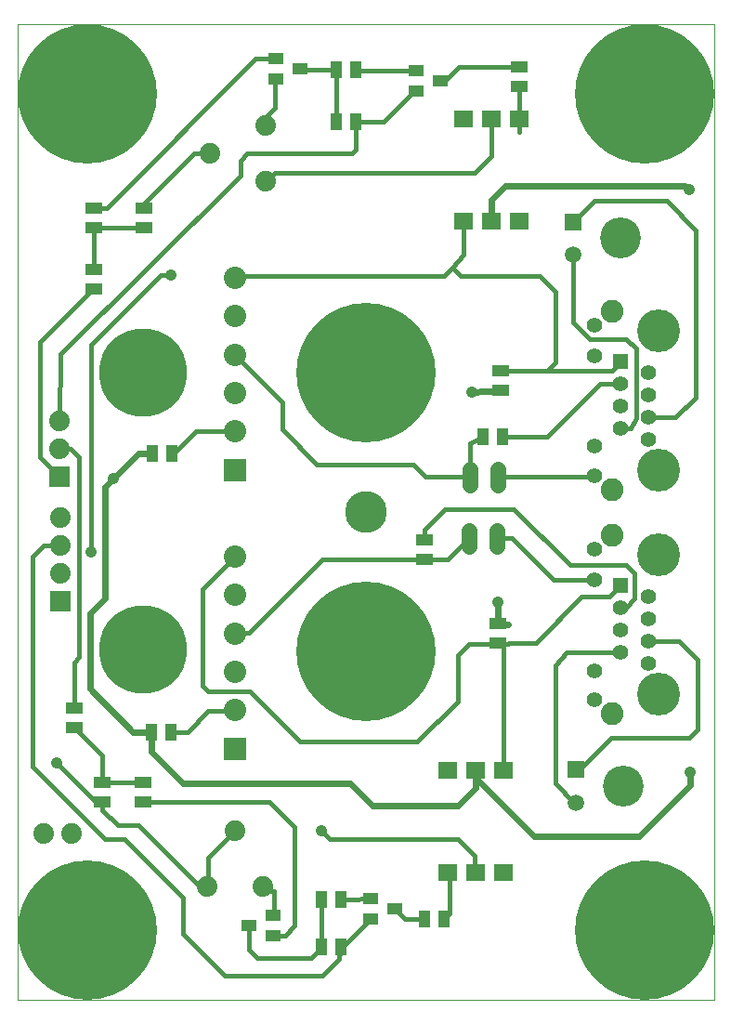
<source format=gtl>
G75*
G70*
%OFA0B0*%
%FSLAX24Y24*%
%IPPOS*%
%LPD*%
%AMOC8*
5,1,8,0,0,1.08239X$1,22.5*
%
%ADD10C,0.0000*%
%ADD11R,0.0400X0.0600*%
%ADD12R,0.0800X0.0800*%
%ADD13C,0.0800*%
%ADD14R,0.0590X0.0590*%
%ADD15C,0.0590*%
%ADD16C,0.1464*%
%ADD17R,0.0551X0.0394*%
%ADD18R,0.0600X0.0400*%
%ADD19C,0.0740*%
%ADD20R,0.0701X0.0598*%
%ADD21R,0.0740X0.0740*%
%ADD22R,0.0550X0.0550*%
%ADD23C,0.0550*%
%ADD24C,0.1536*%
%ADD25C,0.0820*%
%ADD26C,0.0560*%
%ADD27C,0.0240*%
%ADD28C,0.0420*%
%ADD29C,0.0160*%
%ADD30C,0.1500*%
%ADD31C,0.5000*%
%ADD32C,0.3150*%
D10*
X000140Y000140D02*
X025140Y000140D01*
X025140Y035140D01*
X000140Y035140D01*
X000140Y000140D01*
D11*
X004940Y009740D03*
X005640Y009740D03*
X011040Y003740D03*
X011740Y003740D03*
X011740Y002040D03*
X011040Y002040D03*
X014740Y003040D03*
X015440Y003040D03*
X005690Y019740D03*
X004990Y019740D03*
X011590Y031640D03*
X012290Y031640D03*
X012290Y033490D03*
X011590Y033490D03*
X016840Y020340D03*
X017540Y020340D03*
D12*
X007940Y019140D03*
X007940Y009140D03*
D13*
X007940Y010518D03*
X007940Y011896D03*
X007940Y013274D03*
X007940Y014652D03*
X007940Y016030D03*
X007940Y020518D03*
X007940Y021896D03*
X007940Y023274D03*
X007940Y024652D03*
X007940Y026030D03*
D14*
X020090Y028040D03*
X020190Y008390D03*
D15*
X020190Y007210D03*
X020090Y026860D03*
D16*
X021790Y027450D03*
X021890Y007800D03*
D17*
X013673Y003390D03*
X012807Y003016D03*
X012807Y003764D03*
X009323Y003164D03*
X009323Y002416D03*
X008457Y002790D03*
X014457Y032716D03*
X014457Y033464D03*
X015323Y033090D03*
X010273Y033540D03*
X009407Y033166D03*
X009407Y033914D03*
D18*
X004690Y028540D03*
X004690Y027840D03*
X002890Y027840D03*
X002890Y028540D03*
X002890Y026340D03*
X002890Y025640D03*
X002190Y010590D03*
X002190Y009890D03*
X003190Y007940D03*
X003190Y007240D03*
X004640Y007240D03*
X004640Y007940D03*
X014740Y015940D03*
X014740Y016640D03*
X017390Y013640D03*
X017390Y012940D03*
X017490Y021990D03*
X017490Y022690D03*
X018140Y032890D03*
X018140Y033590D03*
D19*
X009040Y031490D03*
X009040Y029490D03*
X007040Y030490D03*
X001640Y020890D03*
X001640Y019890D03*
X001690Y017440D03*
X001690Y016440D03*
X001690Y015440D03*
X002090Y006090D03*
X001090Y006090D03*
X006940Y004190D03*
X007940Y006190D03*
X008940Y004190D03*
D20*
X015590Y004711D03*
X016590Y004711D03*
X017590Y004711D03*
X017590Y008369D03*
X016590Y008369D03*
X015590Y008369D03*
X016140Y028061D03*
X017140Y028061D03*
X018140Y028061D03*
X018140Y031719D03*
X017140Y031719D03*
X016140Y031719D03*
D21*
X001640Y018890D03*
X001690Y014440D03*
D22*
X021790Y014990D03*
X021790Y023040D03*
D23*
X021790Y022240D03*
X021790Y021440D03*
X021790Y020640D03*
X022790Y020240D03*
X022790Y021040D03*
X022790Y021840D03*
X022790Y022640D03*
X020840Y023240D03*
X020840Y024340D03*
X020840Y019990D03*
X020840Y018940D03*
X020840Y016290D03*
X020840Y015190D03*
X021790Y014190D03*
X021790Y013390D03*
X021790Y012590D03*
X022790Y012190D03*
X022790Y012990D03*
X022790Y013790D03*
X022790Y014590D03*
X020840Y011940D03*
X020840Y010890D03*
D24*
X023140Y011090D03*
X023140Y016090D03*
X023140Y019140D03*
X023140Y024140D03*
D25*
X021470Y024840D03*
X021470Y018440D03*
X021470Y016790D03*
X021470Y010390D03*
D26*
X017340Y016410D02*
X017340Y016970D01*
X016340Y016970D02*
X016340Y016410D01*
X016390Y018610D02*
X016390Y019170D01*
X017390Y019170D02*
X017390Y018610D01*
D27*
X017540Y021940D02*
X017490Y021990D01*
X016440Y021940D01*
X017140Y028240D02*
X017140Y028840D01*
X017640Y029340D01*
X024090Y029340D01*
X024240Y029190D01*
X017390Y014390D02*
X017390Y013640D01*
X017740Y013590D01*
X016590Y008369D02*
X016540Y008319D01*
X016540Y008140D01*
X018690Y005990D01*
X022440Y005990D01*
X024290Y007840D01*
X024290Y008290D01*
X016590Y008369D02*
X016590Y007740D01*
X015940Y007090D01*
X012890Y007090D01*
X012090Y007890D01*
X006090Y007890D01*
X004940Y009040D01*
X004940Y009740D01*
X004290Y009740D01*
X002740Y011290D01*
X002740Y013990D01*
X003290Y014540D01*
X003290Y018540D01*
X003590Y018840D01*
X004490Y019740D01*
X004990Y019740D01*
D28*
X003590Y018840D03*
X002790Y016190D03*
X001540Y008640D03*
X011040Y006190D03*
X017390Y014390D03*
X016440Y021940D03*
X024240Y029190D03*
X024290Y008290D03*
X005640Y026140D03*
D29*
X005290Y026140D01*
X002790Y023640D01*
X002790Y016190D01*
X001690Y016440D02*
X001090Y016440D01*
X000690Y016040D01*
X000690Y008490D01*
X003290Y005890D01*
X003990Y005890D01*
X006090Y003790D01*
X006090Y002490D01*
X007590Y000990D01*
X011090Y000990D01*
X011690Y001590D01*
X011690Y001640D01*
X011740Y002040D01*
X011814Y002016D01*
X012807Y003016D01*
X012807Y003764D02*
X012031Y003740D01*
X011740Y003740D01*
X011040Y003740D02*
X011040Y002040D01*
X011040Y001990D01*
X010690Y001640D01*
X008740Y001640D01*
X008440Y001940D01*
X008440Y002573D01*
X008457Y002790D01*
X009340Y003140D02*
X009340Y004040D01*
X009090Y004040D01*
X008940Y004190D01*
X010090Y002790D02*
X009740Y002440D01*
X009390Y002440D01*
X010090Y002790D02*
X010090Y006340D01*
X009190Y007240D01*
X004640Y007240D01*
X004690Y007940D02*
X003240Y007940D01*
X003190Y007890D01*
X003190Y008890D01*
X002190Y009890D01*
X002190Y010590D02*
X002190Y012240D01*
X002340Y012440D01*
X002340Y019590D01*
X002040Y019890D01*
X001640Y019890D01*
X000940Y019590D02*
X001640Y018890D01*
X000940Y019590D02*
X000940Y023740D01*
X002840Y025640D01*
X002890Y025640D01*
X002890Y026340D02*
X002890Y027840D01*
X004790Y027840D01*
X004690Y028540D02*
X004690Y028690D01*
X006490Y030490D01*
X007040Y030490D01*
X008140Y030240D02*
X008140Y029690D01*
X001690Y023290D01*
X001640Y020890D01*
X005690Y019740D02*
X005740Y019740D01*
X006540Y020540D01*
X007940Y020540D01*
X007990Y020490D01*
X009640Y020590D02*
X010890Y019340D01*
X014340Y019340D01*
X014790Y018890D01*
X016390Y018890D01*
X016390Y018840D02*
X016390Y020090D01*
X016840Y020340D01*
X017540Y020340D02*
X019140Y020340D01*
X021040Y022240D01*
X021790Y022240D01*
X021490Y022690D02*
X019140Y022690D01*
X017440Y022690D01*
X019140Y022690D02*
X019440Y022990D01*
X019440Y025540D01*
X018890Y026090D01*
X016040Y026090D01*
X015740Y026390D01*
X016140Y026861D01*
X016140Y028061D01*
X016540Y029790D02*
X009390Y029790D01*
X009090Y029490D01*
X008140Y030240D02*
X008390Y030490D01*
X012140Y030490D01*
X012290Y030640D01*
X012290Y031640D01*
X013290Y031640D01*
X014366Y032716D01*
X014457Y032716D01*
X014457Y033464D02*
X012316Y033464D01*
X012290Y033490D01*
X011590Y033490D02*
X010390Y033490D01*
X010340Y033540D01*
X009440Y033890D02*
X008690Y033890D01*
X003340Y028540D01*
X002890Y028540D01*
X007940Y026030D02*
X008000Y026090D01*
X015440Y026090D01*
X015690Y026340D01*
X016540Y029790D02*
X017140Y030390D01*
X017140Y031719D01*
X018140Y031719D02*
X018140Y032890D01*
X018190Y033540D02*
X018140Y033590D01*
X015990Y033590D01*
X015490Y033090D01*
X015323Y033090D01*
X018140Y031719D02*
X018140Y031269D01*
X020840Y028790D02*
X020090Y028040D01*
X020840Y028790D02*
X023440Y028790D01*
X024490Y027740D01*
X024490Y021740D01*
X023740Y021040D01*
X022790Y021040D01*
X022340Y020990D02*
X022140Y020640D01*
X021740Y020640D01*
X022340Y020990D02*
X022340Y023490D01*
X021990Y023840D01*
X020690Y023840D01*
X020090Y024440D01*
X020090Y026860D01*
X021790Y023040D02*
X021490Y022690D01*
X020840Y018940D02*
X020590Y018890D01*
X017390Y018890D01*
X017940Y017740D02*
X019990Y015740D01*
X021990Y015740D01*
X022290Y015440D01*
X022290Y014540D01*
X021990Y014190D01*
X021790Y014190D01*
X021390Y014590D02*
X021790Y014990D01*
X021390Y014590D02*
X020390Y014590D01*
X018740Y012940D01*
X017790Y012940D01*
X017740Y012890D01*
X016340Y012890D01*
X015940Y012490D01*
X015940Y010840D01*
X014490Y009390D01*
X010290Y009390D01*
X008490Y011190D01*
X006990Y011190D01*
X006790Y011390D01*
X006790Y014880D01*
X007940Y016030D01*
X007890Y013290D02*
X008440Y013290D01*
X011090Y015940D01*
X015590Y015940D01*
X016340Y016690D01*
X015490Y017740D02*
X017940Y017740D01*
X017890Y016690D02*
X017340Y016690D01*
X017890Y016690D02*
X019390Y015190D01*
X020840Y015190D01*
X020840Y015140D01*
X021790Y012590D02*
X019840Y012590D01*
X019440Y012140D01*
X019440Y007890D01*
X020120Y007210D01*
X020190Y007210D01*
X020240Y008340D02*
X021440Y009540D01*
X024240Y009540D01*
X024540Y009840D01*
X024540Y012340D01*
X023890Y012990D01*
X022790Y012990D01*
X017590Y012790D02*
X017590Y008369D01*
X015940Y005890D02*
X016540Y005290D01*
X016540Y004690D01*
X015940Y005890D02*
X011340Y005890D01*
X011040Y006190D01*
X013673Y003390D02*
X014040Y003040D01*
X014740Y003040D01*
X015440Y003040D02*
X015640Y003240D01*
X015640Y004661D01*
X015590Y004711D01*
X017590Y012790D02*
X017390Y012940D01*
X014740Y016640D02*
X014740Y016990D01*
X015490Y017740D01*
X009640Y020590D02*
X009640Y021574D01*
X007940Y023274D01*
X009040Y031490D02*
X009040Y031790D01*
X009390Y032140D01*
X009390Y033190D01*
X011590Y033490D02*
X011590Y031690D01*
X007940Y010518D02*
X007912Y010490D01*
X006990Y010490D01*
X006240Y009740D01*
X005640Y009740D01*
X004490Y006390D02*
X003740Y006390D01*
X003190Y006940D01*
X003190Y007240D01*
X002940Y007240D01*
X001540Y008640D01*
X004490Y006390D02*
X006690Y004190D01*
X006940Y004190D01*
X006990Y004240D02*
X006990Y005240D01*
X007940Y006190D01*
D30*
X012640Y017640D03*
D31*
X012640Y022640D03*
X012640Y012640D03*
X022640Y002640D03*
X002640Y002640D03*
X002640Y032640D03*
X022640Y032640D03*
D32*
X004640Y022640D03*
X004640Y012690D03*
M02*

</source>
